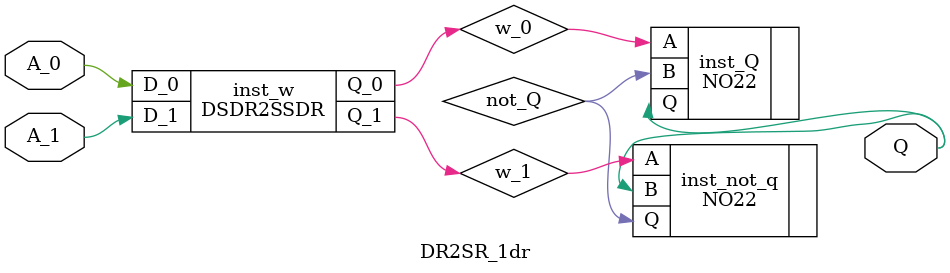
<source format=v>

module spctrl (C, RN, Q);
  input C, RN;
  output Q;
  wire not_C;
  wire R;
  wire not_Q;
  wire csc, not_csc;

  IN1 inst_not_C (.A(C), .Q(not_C));
  IN1 inst_R (.A(RN), .Q(R));

  AN221 inst_Q (.A(not_Q), .B(C), .C(not_csc), .D(not_C), .E(R), .Q(Q));
  AN22 inst_not_csc0 (.A(csc), .B(not_C), .C(not_Q), .D(C), .Q(not_csc));  

  IN1 inst_not_Q (.A(Q), .Q(not_Q));
  NO2 inst_csc (.A(not_csc), .B(R), .Q(csc));
endmodule


module goctrl (C, DN, SN, GO);
  input C, DN, SN;
  output GO;
  wire w1, w0;
  wire not_SN;
  wire not_DN;
  wire SN_C;
  
  IN1 inst_not_SN (.A(SN), .Q(not_SN));
  OR2 inst_SN_C (.A(not_SN), .B(C), .Q(SN_C));
  IN1 inst_not_DN (.A(DN), .Q(not_DN));

  NO2 inst_w1 (.A(SN_C), .B(w0), .Q(w1));
  NO2 inst_w0 (.A(not_DN), .B(w1), .Q(w0));
  OR2 inst_GO (.A(SN_C), .B(w1), .Q(GO));
endmodule  



// <Q_1, Q_0> is enforced to all-ones spacer when SP is low. 
// Otherwise  <Q_1, Q_0> = <D_1, D_0> 

module spalt_ndr (C, D_1, D_0, Q_1, Q_0, SP);
  input C;
  input D_1, D_0;
  output Q_1, Q_0;
  input SP;
  
  AO221 inst_Q_1 (.A(C), .B(SP), .C(SP), .D(Q_1), .E(D_1), .Q(Q_1));
  AO221 inst_Q_0 (.A(C), .B(SP), .C(SP), .D(Q_0), .E(D_0), .Q(Q_0));
endmodule


module DSDR2SSDR (D_1, D_0, Q_1, Q_0);
  input D_1, D_0;
  output Q_1, Q_0;
  
  INO2 inst_Q_1 (.A(D_1), .B(D_0), .Q(Q_1));
  INO2 inst_Q_0 (.A(D_0), .B(D_1), .Q(Q_0));
endmodule


// SR2DR

module SR2DR_0dr (C, A, Q_1, Q_0, SP);
  input C;
  input A;
  input SP;
  output Q_1, Q_0;
  wire w_1, w_0;

  INO2 inst_w_1 (.A(A), .B(C), .Q(w_1));
  NO2 inst_w_0 (.A(A), .B(C), .Q(w_0));
  spalt_ndr inst_Q (.C(C), .D_1(w_1), .D_0(w_0), .Q_1(Q_1), .Q_0(Q_0), .SP(SP));
endmodule


module SR2DR_1dr (C, A, Q_1, Q_0, SP);
  input C;
  input A;
  input SP;
  output Q_1, Q_0;
  wire w_1, w_0;
  wire v_1, v_0;

  INO2 inst_w_1 (.A(A), .B(C), .Q(w_1));
  NO2 inst_w_0 (.A(A), .B(C), .Q(w_0));
  spalt_ndr inst_v (.C(C), .D_1(w_1), .D_0(w_0), .Q_1(v_1), .Q_0(v_0), .SP(SP));
  spinv_ndr inst_q (.i_1(v_1), .i_0(v_0), .z_1(Q_1), .z_0(Q_0));
endmodule


//DR2SR

module DR2SR_0dr (A_1, A_0, Q);
  input A_1, A_0;
  output Q;
  wire w_1, w_0;
  wire not_Q;

  DSDR2SSDR inst_w (.D_1(A_1), .D_0(A_0), .Q_1(w_1), .Q_0(w_0));

  NO22 inst_not_q (.A(w_1), .B(Q), .Q(not_Q));
  NO22 inst_Q (.A(w_0), .B(not_Q), .Q(Q));
endmodule


module DR2SR_1dr (A_1, A_0, Q);
  input A_1, A_0;
  output Q;
  wire w_1, w_0;
  wire not_Q;

  DSDR2SSDR inst_w (.D_1(A_1), .D_0(A_0), .Q_1(w_1), .Q_0(w_0));

  NO22 inst_not_q (.A(w_1), .B(Q), .Q(not_Q));
  NO22 inst_Q (.A(w_0), .B(not_Q), .Q(Q));
endmodule

</source>
